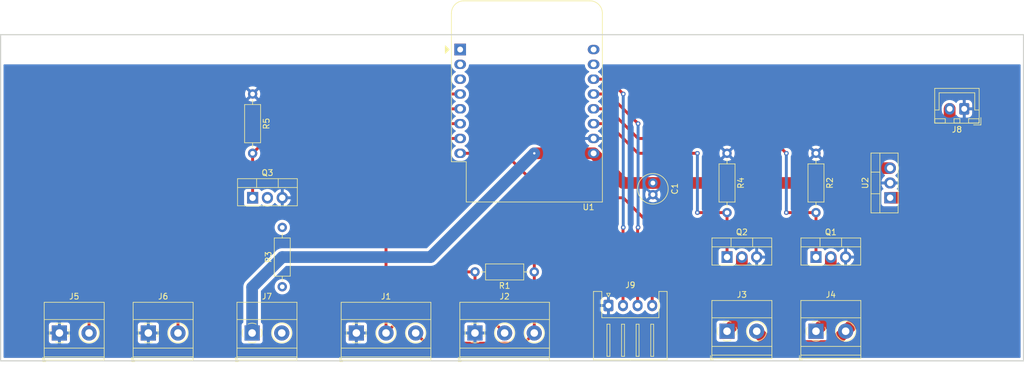
<source format=kicad_pcb>
(kicad_pcb (version 20211014) (generator pcbnew)
  (layers (0 "F.Cu" signal) (31 "B.Cu" signal) (34 "B.Paste" user) (35 "F.Paste" user) (36 "B.SilkS" user "B.Silkscreen") (37 "F.SilkS" user "F.Silkscreen") (38 "B.Mask" user) (39 "F.Mask" user) (44 "Edge.Cuts" user))
  (net 0 "")
  (net 1 "GND")
  (net 2 "/3.3v")
  (net 3 "Net-(J7-Pad2)")
  (net 4 "/5v")
  (net 10 "+12V")
  (net 11 "/SCL")
  (net 12 "/SDA")
  (net 13 "Net-(Q2-Pad2)")
  (net 14 "Net-(Q1-Pad2)")
  (net 15 "Net-(Q3-Pad2)")
  (net 16 "/D8")
  (net 17 "/D6")
  (net 18 "/D5")
  (net 19 "/D3")
  (net 20 "/D4")
  (net 21 "/D7")
  (footprint "Connector_JST:JST_XH_B2B-XH-A_1x02_P2.50mm_Vertical" (layer "F.Cu") (at 193.04 91.44 180)
    (fp_text reference "J8" (at 1.25 -3.55) (layer "F.SilkS"))
    (fp_text value "Conn_01x02")
    (fp_line (start -2.55 -0.2) (end -1.8 -0.2) (layer "F.SilkS") (width 0.12))
    (fp_line (start 1.75 -2.45) (end 0.75 -2.45) (layer "F.SilkS") (width 0.12))
    (fp_line (start 3.25 -2.45) (end 3.25 -1.7) (layer "F.SilkS") (width 0.12))
    (fp_line (start 3.25 -1.7) (end 5.05 -1.7) (layer "F.SilkS") (width 0.12))
    (fp_line (start 5.05 -1.7) (end 5.05 -2.45) (layer "F.SilkS") (width 0.12))
    (fp_line (start -0.75 -2.45) (end -2.55 -2.45) (layer "F.SilkS") (width 0.12))
    (fp_line (start -2.56 3.51) (end 5.06 3.51) (layer "F.SilkS") (width 0.12))
    (fp_line (start -1.6 -2.75) (end -2.85 -2.75) (layer "F.SilkS") (width 0.12))
    (fp_line (start 5.05 -0.2) (end 4.3 -0.2) (layer "F.SilkS") (width 0.12))
    (fp_line (start -1.8 2.75) (end 1.25 2.75) (layer "F.SilkS") (width 0.12))
    (fp_line (start -2.55 -1.7) (end -0.75 -1.7) (layer "F.SilkS") (width 0.12))
    (fp_line (start -2.56 -2.46) (end -2.56 3.51) (layer "F.SilkS") (width 0.12))
    (fp_line (start 0.75 -2.45) (end 0.75 -1.7) (layer "F.SilkS") (width 0.12))
    (fp_line (start 1.75 -1.7) (end 1.75 -2.45) (layer "F.SilkS") (width 0.12))
    (fp_line (start -2.55 -2.45) (end -2.55 -1.7) (layer "F.SilkS") (width 0.12))
    (fp_line (start 4.3 -0.2) (end 4.3 2.75) (layer "F.SilkS") (width 0.12))
    (fp_line (start 5.06 -2.46) (end -2.56 -2.46) (layer "F.SilkS") (width 0.12))
    (fp_line (start -0.75 -1.7) (end -0.75 -2.45) (layer "F.SilkS") (width 0.12))
    (fp_line (start 5.06 3.51) (end 5.06 -2.46) (layer "F.SilkS") (width 0.12))
    (fp_line (start -2.85 -2.75) (end -2.85 -1.5) (layer "F.SilkS") (width 0.12))
    (fp_line (start 0.75 -1.7) (end 1.75 -1.7) (layer "F.SilkS") (width 0.12))
    (fp_line (start 4.3 2.75) (end 1.25 2.75) (layer "F.SilkS") (width 0.12))
    (fp_line (start 5.05 -2.45) (end 3.25 -2.45) (layer "F.SilkS") (width 0.12))
    (fp_line (start -1.8 -0.2) (end -1.8 2.75) (layer "F.SilkS") (width 0.12))
    (pad "1" thru_hole roundrect (at 0 0 180) (size 1.7 2) (drill 1) (layers *.Cu *.Mask) (roundrect_rratio 0.147059) (net 1 "GND"))
    (pad "2" thru_hole oval (at 2.5 0 180) (size 1.7 2) (drill 1) (layers *.Cu *.Mask) (net 10 "+12V"))
  )
  (footprint "Package_TO_SOT_THT:TO-220-3_Vertical" (layer "F.Cu") (at 71.12 106.68)
    (fp_text reference "Q3" (at 2.54 -4.27) (layer "F.SilkS"))
    (fp_text value "IRLB8721PBF")
    (fp_line (start 4.391 -3.27) (end 4.391 -1.76) (layer "F.SilkS") (width 0.12))
    (fp_line (start -2.58 -3.27) (end 7.66 -3.27) (layer "F.SilkS") (width 0.12))
    (fp_line (start -2.58 -1.76) (end 7.66 -1.76) (layer "F.SilkS") (width 0.12))
    (fp_line (start -2.58 -3.27) (end -2.58 1.371) (layer "F.SilkS") (width 0.12))
    (fp_line (start 7.66 -3.27) (end 7.66 1.371) (layer "F.SilkS") (width 0.12))
    (fp_line (start 0.69 -3.27) (end 0.69 -1.76) (layer "F.SilkS") (width 0.12))
    (fp_line (start -2.58 1.371) (end 7.66 1.371) (layer "F.SilkS") (width 0.12))
    (pad "1" thru_hole rect (at 0 0) (size 1.905 2) (drill 1.1) (layers *.Cu *.Mask) (net 21 "/D7"))
    (pad "2" thru_hole oval (at 2.54 0) (size 1.905 2) (drill 1.1) (layers *.Cu *.Mask) (net 15 "Net-(Q3-Pad2)"))
    (pad "3" thru_hole oval (at 5.08 0) (size 1.905 2) (drill 1.1) (layers *.Cu *.Mask) (net 1 "GND"))
  )
  (footprint "Resistor_THT:R_Axial_DIN0207_L6.3mm_D2.5mm_P10.16mm_Horizontal" (layer "F.Cu") (at 76.2 121.92 90)
    (fp_text reference "R3" (at 5.08 -2.37 90) (layer "F.SilkS"))
    (fp_text value "220")
    (fp_line (start 1.81 -1.37) (end 1.81 1.37) (layer "F.SilkS") (width 0.12))
    (fp_line (start 8.35 1.37) (end 8.35 -1.37) (layer "F.SilkS") (width 0.12))
    (fp_line (start 9.12 0) (end 8.35 0) (layer "F.SilkS") (width 0.12))
    (fp_line (start 1.04 0) (end 1.81 0) (layer "F.SilkS") (width 0.12))
    (fp_line (start 1.81 1.37) (end 8.35 1.37) (layer "F.SilkS") (width 0.12))
    (fp_line (start 8.35 -1.37) (end 1.81 -1.37) (layer "F.SilkS") (width 0.12))
    (pad "1" thru_hole circle (at 0 0 90) (size 1.6 1.6) (drill 0.8) (layers *.Cu *.Mask) (net 3 "Net-(J7-Pad2)"))
    (pad "2" thru_hole oval (at 10.16 0 90) (size 1.6 1.6) (drill 0.8) (layers *.Cu *.Mask) (net 15 "Net-(Q3-Pad2)"))
  )
  (footprint "Capacitor_THT:C_Radial_D5.0mm_H11.0mm_P2.00mm" (layer "F.Cu") (at 139.7 104.14 -90)
    (fp_text reference "C1" (at 1 -3.75 90) (layer "F.SilkS"))
    (fp_text value "C_Polarized")
    (fp_circle (center 1 0) (end 3.62 0) (layer "F.SilkS") (width 0.12) (fill none))
    (pad "1" thru_hole circle (at 0 0 270) (size 1.6 1.6) (drill 0.8) (layers *.Cu *.Mask) (net 4 "/5v"))
    (pad "2" thru_hole circle (at 2 0 270) (size 1.6 1.6) (drill 0.8) (layers *.Cu *.Mask) (net 1 "GND"))
  )
  (footprint "Package_TO_SOT_THT:TO-220-3_Vertical" (layer "F.Cu") (at 180.34 106.68 90)
    (fp_text reference "U2" (at 2.54 -4.27 90) (layer "F.SilkS"))
    (fp_text value "LM7805_TO220")
    (fp_line (start 7.66 -3.27) (end 7.66 1.371) (layer "F.SilkS") (width 0.12))
    (fp_line (start 4.391 -3.27) (end 4.391 -1.76) (layer "F.SilkS") (width 0.12))
    (fp_line (start -2.58 -3.27) (end 7.66 -3.27) (layer "F.SilkS") (width 0.12))
    (fp_line (start -2.58 1.371) (end 7.66 1.371) (layer "F.SilkS") (width 0.12))
    (fp_line (start -2.58 -1.76) (end 7.66 -1.76) (layer "F.SilkS") (width 0.12))
    (fp_line (start -2.58 -3.27) (end -2.58 1.371) (layer "F.SilkS") (width 0.12))
    (fp_line (start 0.69 -3.27) (end 0.69 -1.76) (layer "F.SilkS") (width 0.12))
    (pad "1" thru_hole rect (at 0 0 90) (size 1.905 2) (drill 1.1) (layers *.Cu *.Mask) (net 10 "+12V"))
    (pad "2" thru_hole oval (at 2.54 0 90) (size 1.905 2) (drill 1.1) (layers *.Cu *.Mask) (net 1 "GND"))
    (pad "3" thru_hole oval (at 5.08 0 90) (size 1.905 2) (drill 1.1) (layers *.Cu *.Mask) (net 4 "/5v"))
  )
  (footprint "Resistor_THT:R_Axial_DIN0207_L6.3mm_D2.5mm_P10.16mm_Horizontal" (layer "F.Cu") (at 119.38 119.38 180)
    (fp_text reference "R1" (at 5.08 -2.37) (layer "F.SilkS"))
    (fp_text value "4.7k")
    (fp_line (start 1.04 0) (end 1.81 0) (layer "F.SilkS") (width 0.12))
    (fp_line (start 8.35 1.37) (end 8.35 -1.37) (layer "F.SilkS") (width 0.12))
    (fp_line (start 8.35 -1.37) (end 1.81 -1.37) (layer "F.SilkS") (width 0.12))
    (fp_line (start 1.81 1.37) (end 8.35 1.37) (layer "F.SilkS") (width 0.12))
    (fp_line (start 9.12 0) (end 8.35 0) (layer "F.SilkS") (width 0.12))
    (fp_line (start 1.81 -1.37) (end 1.81 1.37) (layer "F.SilkS") (width 0.12))
    (pad "1" thru_hole circle (at 0 0 180) (size 1.6 1.6) (drill 0.8) (layers *.Cu *.Mask) (net 2 "/3.3v"))
    (pad "2" thru_hole oval (at 10.16 0 180) (size 1.6 1.6) (drill 0.8) (layers *.Cu *.Mask) (net 16 "/D8"))
  )
  (footprint "Package_TO_SOT_THT:TO-220-3_Vertical" (layer "F.Cu") (at 167.64 116.84)
    (fp_text reference "Q1" (at 2.54 -4.27) (layer "F.SilkS"))
    (fp_text value "IRLB8721PBF")
    (fp_line (start -2.58 -3.27) (end -2.58 1.371) (layer "F.SilkS") (width 0.12))
    (fp_line (start -2.58 1.371) (end 7.66 1.371) (layer "F.SilkS") (width 0.12))
    (fp_line (start 4.391 -3.27) (end 4.391 -1.76) (layer "F.SilkS") (width 0.12))
    (fp_line (start 0.69 -3.27) (end 0.69 -1.76) (layer "F.SilkS") (width 0.12))
    (fp_line (start -2.58 -3.27) (end 7.66 -3.27) (layer "F.SilkS") (width 0.12))
    (fp_line (start 7.66 -3.27) (end 7.66 1.371) (layer "F.SilkS") (width 0.12))
    (fp_line (start -2.58 -1.76) (end 7.66 -1.76) (layer "F.SilkS") (width 0.12))
    (pad "1" thru_hole rect (at 0 0) (size 1.905 2) (drill 1.1) (layers *.Cu *.Mask) (net 19 "/D3"))
    (pad "2" thru_hole oval (at 2.54 0) (size 1.905 2) (drill 1.1) (layers *.Cu *.Mask) (net 14 "Net-(Q1-Pad2)"))
    (pad "3" thru_hole oval (at 5.08 0) (size 1.905 2) (drill 1.1) (layers *.Cu *.Mask) (net 1 "GND"))
  )
  (footprint "Resistor_THT:R_Axial_DIN0207_L6.3mm_D2.5mm_P10.16mm_Horizontal" (layer "F.Cu") (at 152.4 99.06 -90)
    (fp_text reference "R4" (at 5.08 -2.37 90) (layer "F.SilkS"))
    (fp_text value "100k")
    (fp_line (start 1.81 -1.37) (end 1.81 1.37) (layer "F.SilkS") (width 0.12))
    (fp_line (start 8.35 -1.37) (end 1.81 -1.37) (layer "F.SilkS") (width 0.12))
    (fp_line (start 1.04 0) (end 1.81 0) (layer "F.SilkS") (width 0.12))
    (fp_line (start 9.12 0) (end 8.35 0) (layer "F.SilkS") (width 0.12))
    (fp_line (start 1.81 1.37) (end 8.35 1.37) (layer "F.SilkS") (width 0.12))
    (fp_line (start 8.35 1.37) (end 8.35 -1.37) (layer "F.SilkS") (width 0.12))
    (pad "1" thru_hole circle (at 0 0 270) (size 1.6 1.6) (drill 0.8) (layers *.Cu *.Mask) (net 1 "GND"))
    (pad "2" thru_hole oval (at 10.16 0 270) (size 1.6 1.6) (drill 0.8) (layers *.Cu *.Mask) (net 20 "/D4"))
  )
  (footprint "TerminalBlock_Phoenix:TerminalBlock_Phoenix_MKDS-1,5-2-5.08_1x02_P5.08mm_Horizontal" (layer "F.Cu") (at 71.035 129.845)
    (fp_text reference "J7" (at 2.54 -6.26) (layer "F.SilkS"))
    (fp_text value "IR_LED")
    (fp_line (start -2.6 2.6) (end 7.68 2.6) (layer "F.SilkS") (width 0.12))
    (fp_line (start -2.6 4.1) (end 7.68 4.1) (layer "F.SilkS") (width 0.12))
    (fp_line (start -2.6 -5.261) (end 7.68 -5.261) (layer "F.SilkS") (width 0.12))
    (fp_line (start -2.6 4.66) (end 7.68 4.66) (layer "F.SilkS") (width 0.12))
    (fp_line (start -2.6 -2.301) (end 7.68 -2.301) (layer "F.SilkS") (width 0.12))
    (fp_line (start -2.6 -5.261) (end -2.6 4.66) (layer "F.SilkS") (width 0.12))
    (fp_line (start 6.355 -1.069) (end 6.308 -1.023) (layer "F.SilkS") (width 0.12))
    (fp_line (start 6.15 -1.275) (end 6.115 -1.239) (layer "F.SilkS") (width 0.12))
    (fp_line (start 7.68 -5.261) (end 7.68 4.66) (layer "F.SilkS") (width 0.12))
    (fp_line (start -2.84 4.16) (end -2.84 4.9) (layer "F.SilkS") (width 0.12))
    (fp_line (start 4.046 1.239) (end 4.011 1.274) (layer "F.SilkS") (width 0.12))
    (fp_line (start 3.853 1.023) (end 3.806 1.069) (layer "F.SilkS") (width 0.12))
    (fp_line (start -2.84 4.9) (end -2.34 4.9) (layer "F.SilkS") (width 0.12))
    (fp_arc (start 1.535427 -0.683042) (mid 1.680501 0.000524) (end 1.535 0.684) (layer "F.SilkS") (width 0.12))
    (fp_arc (start -0.683042 -1.535427) (mid 0.000524 -1.680501) (end 0.684 -1.535) (layer "F.SilkS") (width 0.12))
    (fp_arc (start 0.028805 1.680253) (mid -0.335551 1.646659) (end -0.684 1.535) (layer "F.SilkS") (width 0.12))
    (fp_arc (start -1.535427 0.683042) (mid -1.680501 -0.000524) (end -1.535 -0.684) (layer "F.SilkS") (width 0.12))
    (fp_arc (start 0.683318 1.534756) (mid 0.349292 1.643288) (end 0 1.68) (layer "F.SilkS") (width 0.12))
    (fp_circle (center 5.08 0) (end 6.76 0) (layer "F.SilkS") (width 0.12) (fill none))
    (pad "1" thru_hole rect (at 0 0) (size 2.6 2.6) (drill 1.3) (layers *.Cu *.Mask) (net 4 "/5v"))
    (pad "2" thru_hole circle (at 5.08 0) (size 2.6 2.6) (drill 1.3) (layers *.Cu *.Mask) (net 3 "Net-(J7-Pad2)"))
  )
  (footprint "TerminalBlock_Phoenix:TerminalBlock_Phoenix_MKDS-1,5-2-5.08_1x02_P5.08mm_Horizontal" (layer "F.Cu") (at 38.015 129.845)
    (fp_text reference "J5" (at 2.54 -6.26) (layer "F.SilkS"))
    (fp_text value "Input_1")
    (fp_line (start 3.853 1.023) (end 3.806 1.069) (layer "F.SilkS") (width 0.12))
    (fp_line (start -2.84 4.16) (end -2.84 4.9) (layer "F.SilkS") (width 0.12))
    (fp_line (start -2.84 4.9) (end -2.34 4.9) (layer "F.SilkS") (width 0.12))
    (fp_line (start 7.68 -5.261) (end 7.68 4.66) (layer "F.SilkS") (width 0.12))
    (fp_line (start 6.355 -1.069) (end 6.308 -1.023) (layer "F.SilkS") (width 0.12))
    (fp_line (start -2.6 4.66) (end 7.68 4.66) (layer "F.SilkS") (width 0.12))
    (fp_line (start -2.6 -5.261) (end -2.6 4.66) (layer "F.SilkS") (width 0.12))
    (fp_line (start 4.046 1.239) (end 4.011 1.274) (layer "F.SilkS") (width 0.12))
    (fp_line (start -2.6 -5.261) (end 7.68 -5.261) (layer "F.SilkS") (width 0.12))
    (fp_line (start -2.6 -2.301) (end 7.68 -2.301) (layer "F.SilkS") (width 0.12))
    (fp_line (start 6.15 -1.275) (end 6.115 -1.239) (layer "F.SilkS") (width 0.12))
    (fp_line (start -2.6 4.1) (end 7.68 4.1) (layer "F.SilkS") (width 0.12))
    (fp_line (start -2.6 2.6) (end 7.68 2.6) (layer "F.SilkS") (width 0.12))
    (fp_arc (start -0.683042 -1.535427) (mid 0.000524 -1.680501) (end 0.684 -1.535) (layer "F.SilkS") (width 0.12))
    (fp_arc (start 0.028805 1.680253) (mid -0.335551 1.646659) (end -0.684 1.535) (layer "F.SilkS") (width 0.12))
    (fp_arc (start -1.535427 0.683042) (mid -1.680501 -0.000524) (end -1.535 -0.684) (layer "F.SilkS") (width 0.12))
    (fp_arc (start 0.683318 1.534756) (mid 0.349292 1.643288) (end 0 1.68) (layer "F.SilkS") (width 0.12))
    (fp_arc (start 1.535427 -0.683042) (mid 1.680501 0.000524) (end 1.535 0.684) (layer "F.SilkS") (width 0.12))
    (fp_circle (center 5.08 0) (end 6.76 0) (layer "F.SilkS") (width 0.12) (fill none))
    (pad "1" thru_hole rect (at 0 0) (size 2.6 2.6) (drill 1.3) (layers *.Cu *.Mask) (net 1 "GND"))
    (pad "2" thru_hole circle (at 5.08 0) (size 2.6 2.6) (drill 1.3) (layers *.Cu *.Mask) (net 18 "/D5"))
  )
  (footprint "Package_TO_SOT_THT:TO-220-3_Vertical" (layer "F.Cu") (at 152.4 116.84)
    (fp_text reference "Q2" (at 2.54 -4.27) (layer "F.SilkS"))
    (fp_text value "IRLB8721PBF")
    (fp_line (start -2.58 -1.76) (end 7.66 -1.76) (layer "F.SilkS") (width 0.12))
    (fp_line (start -2.58 -3.27) (end 7.66 -3.27) (layer "F.SilkS") (width 0.12))
    (fp_line (start 0.69 -3.27) (end 0.69 -1.76) (layer "F.SilkS") (width 0.12))
    (fp_line (start -2.58 -3.27) (end -2.58 1.371) (layer "F.SilkS") (width 0.12))
    (fp_line (start 4.391 -3.27) (end 4.391 -1.76) (layer "F.SilkS") (width 0.12))
    (fp_line (start -2.58 1.371) (end 7.66 1.371) (layer "F.SilkS") (width 0.12))
    (fp_line (start 7.66 -3.27) (end 7.66 1.371) (layer "F.SilkS") (width 0.12))
    (pad "1" thru_hole rect (at 0 0) (size 1.905 2) (drill 1.1) (layers *.Cu *.Mask) (net 20 "/D4"))
    (pad "2" thru_hole oval (at 2.54 0) (size 1.905 2) (drill 1.1) (layers *.Cu *.Mask) (net 13 "Net-(Q2-Pad2)"))
    (pad "3" thru_hole oval (at 5.08 0) (size 1.905 2) (drill 1.1) (layers *.Cu *.Mask) (net 1 "GND"))
  )
  (footprint "TerminalBlock_Phoenix:TerminalBlock_Phoenix_MKDS-1,5-3-5.08_1x03_P5.08mm_Horizontal" (layer "F.Cu") (at 88.895 129.845)
    (fp_text reference "J1" (at 5.08 -6.26) (layer "F.SilkS"))
    (fp_text value "Temp_1")
    (fp_line (start -2.6 -5.261) (end 12.76 -5.261) (layer "F.SilkS") (width 0.12))
    (fp_line (start -2.84 4.16) (end -2.84 4.9) (layer "F.SilkS") (width 0.12))
    (fp_line (start 6.355 -1.069) (end 6.308 -1.023) (layer "F.SilkS") (width 0.12))
    (fp_line (start -2.6 4.1) (end 12.76 4.1) (layer "F.SilkS") (width 0.12))
    (fp_line (start 3.853 1.023) (end 3.806 1.069) (layer "F.SilkS") (width 0.12))
    (fp_line (start -2.6 2.6) (end 12.76 2.6) (layer "F.SilkS") (width 0.12))
    (fp_line (start 9.126 1.239) (end 9.091 1.274) (layer "F.SilkS") (width 0.12))
    (fp_line (start -2.6 -5.261) (end -2.6 4.66) (layer "F.SilkS") (width 0.12))
    (fp_line (start 8.933 1.023) (end 8.886 1.069) (layer "F.SilkS") (width 0.12))
    (fp_line (start 12.76 -5.261) (end 12.76 4.66) (layer "F.SilkS") (width 0.12))
    (fp_line (start 6.15 -1.275) (end 6.115 -1.239) (layer "F.SilkS") (width 0.12))
    (fp_line (start -2.6 -2.301) (end 12.76 -2.301) (layer "F.SilkS") (width 0.12))
    (fp_line (start 11.23 -1.275) (end 11.195 -1.239) (layer "F.SilkS") (width 0.12))
    (fp_line (start 11.435 -1.069) (end 11.388 -1.023) (layer "F.SilkS") (width 0.12))
    (fp_line (start 4.046 1.239) (end 4.011 1.274) (layer "F.SilkS") (width 0.12))
    (fp_line (start -2.84 4.9) (end -2.34 4.9) (layer "F.SilkS") (width 0.12))
    (fp_line (start -2.6 4.66) (end 12.76 4.66) (layer "F.SilkS") (width 0.12))
    (fp_arc (start -0.683042 -1.535427) (mid 0.000524 -1.680501) (end 0.684 -1.535) (layer "F.SilkS") (width 0.12))
    (fp_arc (start 1.535427 -0.683042) (mid 1.680501 0.000524) (end 1.535 0.684) (layer "F.SilkS") (width 0.12))
    (fp_arc (start 0.028805 1.680253) (mid -0.335551 1.646659) (end -0.684 1.535) (layer "F.SilkS") (width 0.12))
    (fp_arc (start -1.535427 0.683042) (mid -1.680501 -0.000524) (end -1.535 -0.684) (layer "F.SilkS") (width 0.12))
    (fp_arc (start 0.683318 1.534756) (mid 0.349292 1.643288) (end 0 1.68) (layer "F.SilkS") (width 0.12))
    (fp_circle (center 5.08 0) (end 6.76 0) (layer "F.SilkS") (width 0.12) (fill none))
    (fp_circle (center 10.16 0) (end 11.84 0) (layer "F.SilkS") (width 0.12) (fill none))
    (pad "1" thru_hole rect (at 0 0) (size 2.6 2.6) (drill 1.3) (layers *.Cu *.Mask) (net 1 "GND"))
    (pad "2" thru_hole circle (at 5.08 0) (size 2.6 2.6) (drill 1.3) (layers *.Cu *.Mask) (net 16 "/D8"))
    (pad "3" thru_hole circle (at 10.16 0) (size 2.6 2.6) (drill 1.3) (layers *.Cu *.Mask) (net 2 "/3.3v"))
  )
  (footprint "Connector_JST:JST_XH_S4B-XH-A_1x04_P2.50mm_Horizontal" (layer "F.Cu") (at 132.08 125.139861)
    (fp_text reference "J9" (at 3.75 -3.5) (layer "F.SilkS"))
    (fp_text value "I2C")
    (fp_line (start -1.14 -2.41) (end -1.14 2.09) (layer "F.SilkS") (width 0.12))
    (fp_line (start 7.75 8.7) (end 7.75 3.2) (layer "F.SilkS") (width 0.12))
    (fp_line (start 2.25 8.7) (end 2.75 8.7) (layer "F.SilkS") (width 0.12))
    (fp_line (start -0.25 8.7) (end 0.25 8.7) (layer "F.SilkS") (width 0.12))
    (fp_line (start 0.3 -2.1) (end 0 -1.5) (layer "F.SilkS") (width 0.12))
    (fp_line (start -1.14 2.09) (end 3.75 2.09) (layer "F.SilkS") (width 0.12))
    (fp_line (start 2.25 3.2) (end 2.25 8.7) (layer "F.SilkS") (width 0.12))
    (fp_line (start 2.75 3.2) (end 2.25 3.2) (layer "F.SilkS") (width 0.12))
    (fp_line (start 7.25 8.7) (end 7.75 8.7) (layer "F.SilkS") (width 0.12))
    (fp_line (start -2.56 -2.41) (end -1.14 -2.41) (layer "F.SilkS") (width 0.12))
    (fp_line (start 4.75 8.7) (end 5.25 8.7) (layer "F.SilkS") (width 0.12))
    (fp_line (start -0.3 -2.1) (end 0.3 -2.1) (layer "F.SilkS") (width 0.12))
    (fp_line (start 0.25 3.2) (end -0.25 3.2) (layer "F.SilkS") (width 0.12))
    (fp_line (start 4.75 3.2) (end 4.75 8.7) (layer "F.SilkS") (width 0.12))
    (fp_line (start 3.75 9.31) (end 10.06 9.31) (layer "F.SilkS") (width 0.12))
    (fp_line (start 0.25 8.7) (end 0.25 3.2) (layer "F.SilkS") (width 0.12))
    (fp_line (start 7.25 3.2) (end 7.25 8.7) (layer "F.SilkS") (width 0.12))
    (fp_line (start -0.25 3.2) (end -0.25 8.7) (layer "F.SilkS") (width 0.12))
    (fp_line (start 10.06 -2.41) (end 8.64 -2.41) (layer "F.SilkS") (width 0.12))
    (fp_line (start 2.75 8.7) (end 2.75 3.2) (layer "F.SilkS") (width 0.12))
    (fp_line (start 0 -1.5) (end -0.3 -2.1) (layer "F.SilkS") (width 0.12))
    (fp_line (start 8.64 2.09) (end 3.75 2.09) (layer "F.SilkS") (width 0.12))
    (fp_line (start 5.25 3.2) (end 4.75 3.2) (layer "F.SilkS") (width 0.12))
    (fp_line (start -2.56 9.31) (end -2.56 -2.41) (layer "F.SilkS") (width 0.12))
    (fp_line (start 7.75 3.2) (end 7.25 3.2) (layer "F.SilkS") (width 0.12))
    (fp_line (start 5.25 8.7) (end 5.25 3.2) (layer "F.SilkS") (width 0.12))
    (fp_line (start 10.06 9.31) (end 10.06 -2.41) (layer "F.SilkS") (width 0.12))
    (fp_line (start 8.64 -2.41) (end 8.64 2.09) (layer "F.SilkS") (width 0.12))
    (fp_line (start 3.75 9.31) (end -2.56 9.31) (layer "F.SilkS") (width 0.12))
    (pad "1" thru_hole roundrect (at 0 0) (size 1.7 1.95) (drill 0.95) (layers *.Cu *.Mask) (roundrect_rratio 0.147059) (net 1 "GND"))
    (pad "2" thru_hole oval (at 2.5 0) (size 1.7 1.95) (drill 0.95) (layers *.Cu *.Mask) (net 11 "/SCL"))
    (pad "3" thru_hole oval (at 5 0) (size 1.7 1.95) (drill 0.95) (layers *.Cu *.Mask) (net 12 "/SDA"))
    (pad "4" thru_hole oval (at 7.5 0) (size 1.7 1.95) (drill 0.95) (layers *.Cu *.Mask) (net 2 "/3.3v"))
  )
  (footprint "TerminalBlock_Phoenix:TerminalBlock_Phoenix_MKDS-1,5-2-5.08_1x02_P5.08mm_Horizontal" (layer "F.Cu") (at 53.255 129.845)
    (fp_text reference "J6" (at 2.54 -6.26) (layer "F.SilkS"))
    (fp_text value "Input_2")
    (fp_line (start -2.84 4.9) (end -2.34 4.9) (layer "F.SilkS") (width 0.12))
    (fp_line (start 6.15 -1.275) (end 6.115 -1.239) (layer "F.SilkS") (width 0.12))
    (fp_line (start 4.046 1.239) (end 4.011 1.274) (layer "F.SilkS") (width 0.12))
    (fp_line (start 7.68 -5.261) (end 7.68 4.66) (layer "F.SilkS") (width 0.12))
    (fp_line (start -2.6 2.6) (end 7.68 2.6) (layer "F.SilkS") (width 0.12))
    (fp_line (start -2.6 4.66) (end 7.68 4.66) (layer "F.SilkS") (width 0.12))
    (fp_line (start -2.6 -5.261) (end 7.68 -5.261) (layer "F.SilkS") (width 0.12))
    (fp_line (start -2.6 -5.261) (end -2.6 4.66) (layer "F.SilkS") (width 0.12))
    (fp_line (start -2.6 4.1) (end 7.68 4.1) (layer "F.SilkS") (width 0.12))
    (fp_line (start -2.84 4.16) (end -2.84 4.9) (layer "F.SilkS") (width 0.12))
    (fp_line (start 6.355 -1.069) (end 6.308 -1.023) (layer "F.SilkS") (width 0.12))
    (fp_line (start 3.853 1.023) (end 3.806 1.069) (layer "F.SilkS") (width 0.12))
    (fp_line (start -2.6 -2.301) (end 7.68 -2.301) (layer "F.SilkS") (width 0.12))
    (fp_arc (start 0.028805 1.680253) (mid -0.335551 1.646659) (end -0.684 1.535) (layer "F.SilkS") (width 0.12))
    (fp_arc (start 0.683318 1.534756) (mid 0.349292 1.643288) (end 0 1.68) (layer "F.SilkS") (width 0.12))
    (fp_arc (start -0.683042 -1.535427) (mid 0.000524 -1.680501) (end 0.684 -1.535) (layer "F.SilkS") (width 0.12))
    (fp_arc (start -1.535427 0.683042) (mid -1.680501 -0.000524) (end -1.535 -0.684) (layer "F.SilkS") (width 0.12))
    (fp_arc (start 1.535427 -0.683042) (mid 1.680501 0.000524) (end 1.535 0.684) (layer "F.SilkS") (width 0.12))
    (fp_circle (center 5.08 0) (end 6.76 0) (layer "F.SilkS") (width 0.12) (fill none))
    (pad "1" thru_hole rect (at 0 0) (size 2.6 2.6) (drill 1.3) (layers *.Cu *.Mask) (net 1 "GND"))
    (pad "2" thru_hole circle (at 5.08 0) (size 2.6 2.6) (drill 1.3) (layers *.Cu *.Mask) (net 17 "/D6"))
  )
  (footprint "TerminalBlock_Phoenix:TerminalBlock_Phoenix_MKDS-1,5-2-5.08_1x02_P5.08mm_Horizontal" (layer "F.Cu") (at 152.4 129.54)
    (fp_text reference "J3" (at 2.54 -6.26) (layer "F.SilkS"))
    (fp_text value "12V_Output_1")
    (fp_line (start 6.15 -1.275) (end 6.115 -1.239) (layer "F.SilkS") (width 0.12))
    (fp_line (start -2.6 -5.261) (end -2.6 4.66) (layer "F.SilkS") (width 0.12))
    (fp_line (start -2.84 4.16) (end -2.84 4.9) (layer "F.SilkS") (width 0.12))
    (fp_line (start -2.84 4.9) (end -2.34 4.9) (layer "F.SilkS") (width 0.12))
    (fp_line (start -2.6 4.1) (end 7.68 4.1) (layer "F.SilkS") (width 0.12))
    (fp_line (start 3.853 1.023) (end 3.806 1.069) (layer "F.SilkS") (width 0.12))
    (fp_line (start -2.6 -5.261) (end 7.68 -5.261) (layer "F.SilkS") (width 0.12))
    (fp_line (start -2.6 2.6) (end 7.68 2.6) (layer "F.SilkS") (width 0.12))
    (fp_line (start -2.6 -2.301) (end 7.68 -2.301) (layer "F.SilkS") (width 0.12))
    (fp_line (start 4.046 1.239) (end 4.011 1.274) (layer "F.SilkS") (width 0.12))
    (fp_line (start 7.68 -5.261) (end 7.68 4.66) (layer "F.SilkS") (width 0.12))
    (fp_line (start -2.6 4.66) (end 7.68 4.66) (layer "F.SilkS") (width 0.12))
    (fp_line (start 6.355 -1.069) (end 6.308 -1.023) (layer "F.SilkS") (width 0.12))
    (fp_arc (start -1.535427 0.683042) (mid -1.680501 -0.000524) (end -1.535 -0.684) (layer "F.SilkS") (width 0.12))
    (fp_arc (start -0.683042 -1.535427) (mid 0.000524 -1.680501) (end 0.684 -1.535) (layer "F.SilkS") (width 0.12))
    (fp_arc (start 0.683318 1.534756) (mid 0.349292 1.643288) (end 0 1.68) (layer "F.SilkS") (width 0.12))
    (fp_arc (start 0.028805 1.680253) (mid -0.335551 1.646659) (end -0.684 1.535) (layer "F.SilkS") (width 0.12))
    (fp_arc (start 1.535427 -0.683042) (mid 1.680501 0.000524) (end 1.535 0.684) (layer "F.SilkS") (width 0.12))
    (fp_circle (center 5.08 0) (end 6.76 0) (layer "F.SilkS") (width 0.12) (fill none))
    (pad "1" thru_hole rect (at 0 0) (size 2.6 2.6) (drill 1.3) (layers *.Cu *.Mask) (net 13 "Net-(Q2-Pad2)"))
    (pad "2" thru_hole circle (at 5.08 0) (size 2.6 2.6) (drill 1.3) (layers *.Cu *.Mask) (net 10 "+12V"))
  )
  (footprint "Resistor_THT:R_Axial_DIN0207_L6.3mm_D2.5mm_P10.16mm_Horizontal" (layer "F.Cu") (at 71.12 88.9 -90)
    (fp_text reference "R5" (at 5.08 -2.37 90) (layer "F.SilkS"))
    (fp_text value "100k")
    (fp_line (start 8.35 1.37) (end 8.35 -1.37) (layer "F.SilkS") (width 0.12))
    (fp_line (start 8.35 -1.37) (end 1.81 -1.37) (layer "F.SilkS") (width 0.12))
    (fp_line (start 1.04 0) (end 1.81 0) (layer "F.SilkS") (width 0.12))
    (fp_line (start 1.81 -1.37) (end 1.81 1.37) (layer "F.SilkS") (width 0.12))
    (fp_line (start 9.12 0) (end 8.35 0) (layer "F.SilkS") (width 0.12))
    (fp_line (start 1.81 1.37) (end 8.35 1.37) (layer "F.SilkS") (width 0.12))
    (pad "1" thru_hole circle (at 0 0 270) (size 1.6 1.6) (drill 0.8) (layers *.Cu *.Mask) (net 1 "GND"))
    (pad "2" thru_hole oval (at 10.16 0 270) (size 1.6 1.6) (drill 0.8) (layers *.Cu *.Mask) (net 21 "/D7"))
  )
  (footprint "Resistor_THT:R_Axial_DIN0207_L6.3mm_D2.5mm_P10.16mm_Horizontal" (layer "F.Cu") (at 167.64 99.06 -90)
    (fp_text reference "R2" (at 5.08 -2.37 90) (layer "F.SilkS"))
    (fp_text value "100k")
    (fp_line (start 8.35 -1.37) (end 1.81 -1.37) (layer "F.SilkS") (width 0.12))
    (fp_line (start 1.81 1.37) (end 8.35 1.37) (layer "F.SilkS") (width 0.12))
    (fp_line (start 9.12 0) (end 8.35 0) (layer "F.SilkS") (width 0.12))
    (fp_line (start 1.81 -1.37) (end 1.81 1.37) (layer "F.SilkS") (width 0.12))
    (fp_line (start 8.35 1.37) (end 8.35 -1.37) (layer "F.SilkS") (width 0.12))
    (fp_line (start 1.04 0) (end 1.81 0) (layer "F.SilkS") (width 0.12))
    (pad "1" thru_hole circle (at 0 0 270) (size 1.6 1.6) (drill 0.8) (layers *.Cu *.Mask) (net 1 "GND"))
    (pad "2" thru_hole oval (at 10.16 0 270) (size 1.6 1.6) (drill 0.8) (layers *.Cu *.Mask) (net 19 "/D3"))
  )
  (footprint "Module:WEMOS_D1_mini_light" (layer "F.Cu") (at 106.68 81.28)
    (fp_text reference "U1" (at 22 27) (layer "F.SilkS"))
    (fp_text value "WeMos_D1_mini")
    (fp_line (start 1.04 19.22) (end 1.04 26.12) (layer "F.SilkS") (width 0.12))
    (fp_line (start 24.36 26.12) (end 24.36 -6.21) (layer "F.SilkS") (width 0.12))
    (fp_line (start 22.24 -8.34) (end 0.63 -8.34) (layer "F.SilkS") (width 0.12))
    (fp_line (start -1.5 19.22) (end 1.04 19.22) (layer "F.SilkS") (width 0.12))
    (fp_line (start 1.04 26.12) (end 24.36 26.12) (layer "F.SilkS") (width 0.12))
    (fp_line (start -1.5 19.22) (end -1.5 -6.21) (layer "F.SilkS") (width 0.12))
    (fp_arc (start 22.23 -8.34) (mid 23.736137 -7.716137) (end 24.36 -6.21) (layer "F.SilkS") (width 0.12))
    (fp_arc (start -1.5 -6.21) (mid -0.876137 -7.716137) (end 0.63 -8.34) (layer "F.SilkS") (width 0.12))
    (fp_poly (pts (xy -2.54 -0.635) (xy -2.54 0.635) (xy -1.905 0)) (layer "F.SilkS") (width 0.15) (fill solid))
    (pad "1" thru_hole rect (at 0 0) (size 2 2) (drill 1) (layers *.Cu *.Mask))
    (pad "2" thru_hole oval (at 0 2.54) (size 2 1.6) (drill 1) (layers *.Cu *.Mask))
    (pad "3" thru_hole oval (at 0 5.08) (size 2 1.6) (drill 1) (layers *.Cu *.Mask))
    (pad "4" thru_hole oval (at 0 7.62) (size 2 1.6) (drill 1) (layers *.Cu *.Mask) (net 18 "/D5"))
    (pad "5" thru_hole oval (at 0 10.16) (size 2 1.6) (drill 1) (layers *.Cu *.Mask) (net 17 "/D6"))
    (pad "6" thru_hole oval (at 0 12.7) (size 2 1.6) (drill 1) (layers *.Cu *.Mask) (net 21 "/D7"))
    (pad "7" thru_hole oval (at 0 15.24) (size 2 1.6) (drill 1) (layers *.Cu *.Mask) (net 16 "/D8"))
    (pad "8" thru_hole oval (at 0 17.78) (size 2 1.6) (drill 1) (layers *.Cu *.Mask) (net 2 "/3.3v"))
    (pad "9" thru_hole oval (at 22.86 17.78) (size 2 1.6) (drill 1) (layers *.Cu *.Mask) (net 4 "/5v"))
    (pad "10" thru_hole oval (at 22.86 15.24) (size 2 1.6) (drill 1) (layers *.Cu *.Mask) (net 1 "GND"))
    (pad "11" thru_hole oval (at 22.86 12.7) (size 2 1.6) (drill 1) (layers *.Cu *.Mask) (net 20 "/D4"))
    (pad "12" thru_hole oval (at 22.86 10.16) (size 2 1.6) (drill 1) (layers *.Cu *.Mask) (net 19 "/D3"))
    (pad "13" thru_hole oval (at 22.86 7.62) (size 2 1.6) (drill 1) (layers *.Cu *.Mask) (net 12 "/SDA"))
    (pad "14" thru_hole oval (at 22.86 5.08) (size 2 1.6) (drill 1) (layers *.Cu *.Mask) (net 11 "/SCL"))
    (pad "15" thru_hole oval (at 22.86 2.54) (size 2 1.6) (drill 1) (layers *.Cu *.Mask))
    (pad "16" thru_hole oval (at 22.86 0) (size 2 1.6) (drill 1) (layers *.Cu *.Mask))
  )
  (footprint "TerminalBlock_Phoenix:TerminalBlock_Phoenix_MKDS-1,5-2-5.08_1x02_P5.08mm_Horizontal" (layer "F.Cu") (at 167.64 129.54)
    (fp_text reference "J4" (at 2.54 -6.26) (layer "F.SilkS"))
    (fp_text value "12V_Output_2")
    (fp_line (start -2.6 4.66) (end 7.68 4.66) (layer "F.SilkS") (width 0.12))
    (fp_line (start 7.68 -5.261) (end 7.68 4.66) (layer "F.SilkS") (width 0.12))
    (fp_line (start -2.6 -2.301) (end 7.68 -2.301) (layer "F.SilkS") (width 0.12))
    (fp_line (start -2.6 4.1) (end 7.68 4.1) (layer "F.SilkS") (width 0.12))
    (fp_line (start 3.853 1.023) (end 3.806 1.069) (layer "F.SilkS") (width 0.12))
    (fp_line (start 4.046 1.239) (end 4.011 1.274) (layer "F.SilkS") (width 0.12))
    (fp_line (start -2.6 2.6) (end 7.68 2.6) (layer "F.SilkS") (width 0.12))
    (fp_line (start 6.15 -1.275) (end 6.115 -1.239) (layer "F.SilkS") (width 0.12))
    (fp_line (start -2.84 4.16) (end -2.84 4.9) (layer "F.SilkS") (width 0.12))
    (fp_line (start -2.84 4.9) (end -2.34 4.9) (layer "F.SilkS") (width 0.12))
    (fp_line (start 6.355 -1.069) (end 6.308 -1.023) (layer "F.SilkS") (width 0.12))
    (fp_line (start -2.6 -5.261) (end -2.6 4.66) (layer "F.SilkS") (width 0.12))
    (fp_line (start -2.6 -5.261) (end 7.68 -5.261) (layer "F.SilkS") (width 0.12))
    (fp_arc (start -1.535427 0.683042) (mid -1.680501 -0.000524) (end -1.535 -0.684) (layer "F.SilkS") (width 0.12))
    (fp_arc (start 0.028805 1.680253) (mid -0.335551 1.646659) (end -0.684 1.535) (layer "F.SilkS") (width 0.12))
    (fp_arc (start -0.683042 -1.535427) (mid 0.000524 -1.680501) (end 0.684 -1.535) (layer "F.SilkS") (width 0.12))
    (fp_arc (start 1.535427 -0.683042) (mid 1.680501 0.000524) (end 1.535 0.684) (layer "F.SilkS") (width 0.12))
    (fp_arc (start 0.683318 1.534756) (mid 0.349292 1.643288) (end 0 1.68) (layer "F.SilkS") (width 0.12))
    (fp_circle (center 5.08 0) (end 6.76 0) (layer "F.SilkS") (width 0.12) (fill none))
    (pad "1" thru_hole rect (at 0 0) (size 2.6 2.6) (drill 1.3) (layers *.Cu *.Mask) (net 14 "Net-(Q1-Pad2)"))
    (pad "2" thru_hole circle (at 5.08 0) (size 2.6 2.6) (drill 1.3) (layers *.Cu *.Mask) (net 10 "+12V"))
  )
  (footprint "TerminalBlock_Phoenix:TerminalBlock_Phoenix_MKDS-1,5-3-5.08_1x03_P5.08mm_Horizontal" (layer "F.Cu") (at 109.215 129.845)
    (fp_text reference "J2" (at 5.08 -6.26) (layer "F.SilkS"))
    (fp_text value "Temp_2")
    (fp_line (start -2.84 4.9) (end -2.34 4.9) (layer "F.SilkS") (width 0.12))
    (fp_line (start -2.84 4.16) (end -2.84 4.9) (layer "F.SilkS") (width 0.12))
    (fp_line (start -2.6 -2.301) (end 12.76 -2.301) (layer "F.SilkS") (width 0.12))
    (fp_line (start -2.6 2.6) (end 12.76 2.6) (layer "F.SilkS") (width 0.12))
    (fp_line (start 6.15 -1.275) (end 6.115 -1.239) (layer "F.SilkS") (width 0.12))
    (fp_line (start 11.23 -1.275) (end 11.195 -1.239) (layer "F.SilkS") (width 0.12))
    (fp_line (start -2.6 -5.261) (end -2.6 4.66) (layer "F.SilkS") (width 0.12))
    (fp_line (start 9.126 1.239) (end 9.091 1.274) (layer "F.SilkS") (width 0.12))
    (fp_line (start 12.76 -5.261) (end 12.76 4.66) (layer "F.SilkS") (width 0.12))
    (fp_line (start 11.435 -1.069) (end 11.388 -1.023) (layer "F.SilkS") (width 0.12))
    (fp_line (start 6.355 -1.069) (end 6.308 -1.023) (layer "F.SilkS") (width 0.12))
    (fp_line (start 4.046 1.239) (end 4.011 1.274) (layer "F.SilkS") (width 0.12))
    (fp_line (start 3.853 1.023) (end 3.806 1.069) (layer "F.SilkS") (width 0.12))
    (fp_line (start -2.6 -5.261) (end 12.76 -5.261) (layer "F.SilkS") (width 0.12))
    (fp_line (start -2.6 4.66) (end 12.76 4.66) (layer "F.SilkS") (width 0.12))
    (fp_line (start 8.933 1.023) (end 8.886 1.069) (layer "F.SilkS") (width 0.12))
    (fp_line (start -2.6 4.1) (end 12.76 4.1) (layer "F.SilkS") (width 0.12))
    (fp_arc (start 1.535427 -0.683042) (mid 1.680501 0.000524) (end 1.535 0.684) (layer "F.SilkS") (width 0.12))
    (fp_arc (start -1.535427 0.683042) (mid -1.680501 -0.000524) (end -1.535 -0.684) (layer "F.SilkS") (width 0.12))
    (fp_arc (start -0.683042 -1.535427) (mid 0.000524 -1.680501) (end 0.684 -1.535) (layer "F.SilkS") (width 0.12))
    (fp_arc (start 0.683318 1.534756) (mid 0.349292 1.643288) (end 0 1.68) (layer "F.SilkS") (width 0.12))
    (fp_arc (start 0.028805 1.680253) (mid -0.335551 1.646659) (end -0.684 1.535) (layer "F.SilkS") (width 0.12))
    (fp_circle (center 5.08 0) (end 6.76 0) (layer "F.SilkS") (width 0.12) (fill none))
    (fp_circle (center 10.16 0) (end 11.84 0) (layer "F.SilkS") (width 0.12) (fill none))
    (pad "1" thru_hole rect (at 0 0) (size 2.6 2.6) (drill 1.3) (layers *.Cu *.Mask) (net 1 "GND"))
    (pad "2" thru_hole circle (at 5.08 0) (size 2.6 2.6) (drill 1.3) (layers *.Cu *.Mask) (net 16 "/D8"))
    (pad "3" thru_hole circle (at 10.16 0) (size 2.6 2.6) (drill 1.3) (layers *.Cu *.Mask) (net 2 "/3.3v"))
  )
  (gr_rect (start 27.94 134.62) (end 203.2 78.74) (layer "Edge.Cuts") (width 0.2) (fill none))
  (segment (start 127 106.68) (end 121.92 106.68) (width 0.5) (layer "F.Cu") (net 2))
  (segment (start 121.92 106.68) (end 119.38 104.14) (width 0.5) (layer "F.Cu") (net 2))
  (segment (start 100.805 131.595) (end 117.625 131.595) (width 0.5) (layer "F.Cu") (net 2))
  (segment (start 139.58 111.64) (end 137.16 109.22) (width 0.5) (layer "F.Cu") (net 2))
  (segment (start 137.16 109.22) (end 134.62 106.68) (width 0.5) (layer "F.Cu") (net 2))
  (segment (start 119.38 119.38) (end 119.38 129.84) (width 0.5) (layer "F.Cu") (net 2))
  (segment (start 99.055 129.845) (end 100.805 131.595) (width 0.5) (layer "F.Cu") (net 2))
  (segment (start 134.62 106.68) (end 127 106.68) (width 0.5) (layer "F.Cu") (net 2))
  (segment (start 119.38 104.14) (end 114.3 99.06) (width 0.5) (layer "F.Cu") (net 2))
  (segment (start 117.625 131.595) (end 119.375 129.845) (width 0.5) (layer "F.Cu") (net 2))
  (segment (start 119.38 119.38) (end 119.38 104.14) (width 0.5) (layer "F.Cu") (net 2))
  (segment (start 119.38 129.84) (end 119.375 129.845) (width 0.5) (layer "F.Cu") (net 2))
  (segment (start 139.58 125.139861) (end 139.58 111.64) (width 0.5) (layer "F.Cu") (net 2))
  (segment (start 114.3 99.06) (end 106.68 99.06) (width 0.5) (layer "F.Cu") (net 2))
  (segment (start 134.62 104.14) (end 129.54 99.06) (width 2) (layer "F.Cu") (net 4))
  (segment (start 175.26 104.14) (end 139.7 104.14) (width 2) (layer "F.Cu") (net 4))
  (segment (start 129.54 99.06) (end 119.38 99.06) (width 2) (layer "F.Cu") (net 4))
  (segment (start 180.34 101.6) (end 177.8 101.6) (width 2) (layer "F.Cu") (net 4))
  (segment (start 139.7 104.14) (end 134.62 104.14) (width 2) (layer "F.Cu") (net 4))
  (segment (start 177.8 101.6) (end 175.26 104.14) (width 2) (layer "F.Cu") (net 4))
  (via (at 119.38 99.06) (size 0.8) (drill 0.4) (layers "F.Cu" "B.Cu") (net 4))
  (segment (start 71.035 122.005) (end 71.035 129.845) (width 2) (layer "B.Cu") (net 4))
  (segment (start 101.6 116.84) (end 76.2 116.84) (width 2) (layer "B.Cu") (net 4))
  (segment (start 76.2 116.84) (end 71.035 122.005) (width 2) (layer "B.Cu") (net 4))
  (segment (start 119.38 99.06) (end 101.6 116.84) (width 2) (layer "B.Cu") (net 4))
  (segment (start 187.96 106.68) (end 180.34 106.68) (width 2) (layer "F.Cu") (net 10))
  (segment (start 172.72 129.54) (end 190.54 111.72) (width 2) (layer "F.Cu") (net 10))
  (segment (start 157.48 129.54) (end 160.02 132.08) (width 2) (layer "F.Cu") (net 10))
  (segment (start 170.18 132.08) (end 172.72 129.54) (width 2) (layer "F.Cu") (net 10))
  (segment (start 160.02 132.08) (end 170.18 132.08) (width 2) (layer "F.Cu") (net 10))
  (segment (start 190.54 91.44) (end 190.54 104.1) (width 2) (layer "F.Cu") (net 10))
  (segment (start 190.54 111.72) (end 190.54 91.44) (width 2) (layer "F.Cu") (net 10))
  (segment (start 190.54 104.1) (end 187.96 106.68) (width 2) (layer "F.Cu") (net 10))
  (segment (start 134.58 111.8) (end 134.62 111.76) (width 0.5) (layer "F.Cu") (net 11))
  (segment (start 134.58 125.139861) (end 134.58 111.8) (width 0.5) (layer "F.Cu") (net 11))
  (segment (start 132.08 86.36) (end 129.54 86.36) (width 0.5) (layer "F.Cu") (net 11))
  (segment (start 134.62 88.9) (end 132.08 86.36) (width 0.5) (layer "F.Cu") (net 11))
  (via (at 134.62 111.76) (size 0.8) (drill 0.4) (layers "F.Cu" "B.Cu") (net 11))
  (via (at 134.62 88.9) (size 0.8) (drill 0.4) (layers "F.Cu" "B.Cu") (net 11))
  (segment (start 134.62 111.76) (end 134.62 88.9) (width 0.5) (layer "B.Cu") (net 11))
  (segment (start 137.08 111.84) (end 137.16 111.76) (width 0.5) (layer "F.Cu") (net 12))
  (segment (start 137.08 125.139861) (end 137.08 111.84) (width 0.5) (layer "F.Cu") (net 12))
  (segment (start 137.16 93.98) (end 132.08 88.9) (width 0.5) (layer "F.Cu") (net 12))
  (segment (start 132.08 88.9) (end 129.54 88.9) (width 0.5) (layer "F.Cu") (net 12))
  (via (at 137.16 111.76) (size 0.8) (drill 0.4) (layers "F.Cu" "B.Cu") (net 12))
  (via (at 137.16 93.98) (size 0.8) (drill 0.4) (layers "F.Cu" "B.Cu") (net 12))
  (segment (start 137.16 111.76) (end 137.16 93.98) (width 0.5) (layer "B.Cu") (net 12))
  (segment (start 154.94 116.84) (end 154.94 127) (width 2) (layer "F.Cu") (net 13))
  (segment (start 154.94 127) (end 152.4 129.54) (width 2) (layer "F.Cu") (net 13))
  (segment (start 170.18 127) (end 167.64 129.54) (width 2) (layer "F.Cu") (net 14))
  (segment (start 170.18 116.84) (end 170.18 127) (width 2) (layer "F.Cu") (net 14))
  (segment (start 109.22 124.77) (end 114.295 129.845) (width 0.5) (layer "F.Cu") (net 16))
  (segment (start 93.975 106.685) (end 93.975 129.845) (width 0.5) (layer "F.Cu") (net 16))
  (segment (start 93.975 129.845) (end 104.44 119.38) (width 0.5) (layer "F.Cu") (net 16))
  (segment (start 104.44 119.38) (end 109.22 119.38) (width 0.5) (layer "F.Cu") (net 16))
  (segment (start 109.22 119.38) (end 109.22 124.77) (width 0.5) (layer "F.Cu") (net 16))
  (segment (start 106.68 96.52) (end 104.14 96.52) (width 0.5) (layer "F.Cu") (net 16))
  (segment (start 104.14 96.52) (end 93.975 106.685) (width 0.5) (layer "F.Cu") (net 16))
  (segment (start 58.335 129.845) (end 58.335 96.605) (width 0.5) (layer "F.Cu") (net 17))
  (segment (start 58.335 96.605) (end 63.5 91.44) (width 0.5) (layer "F.Cu") (net 17))
  (segment (start 63.5 91.44) (end 106.68 91.44) (width 0.5) (layer "F.Cu") (net 17))
  (segment (start 43.095 129.845) (end 43.095 104.225) (width 0.5) (layer "F.Cu") (net 18))
  (segment (start 60.96 86.36) (end 78.74 86.36) (width 0.5) (layer "F.Cu") (net 18))
  (segment (start 78.74 86.36) (end 81.28 88.9) (width 0.5) (layer "F.Cu") (net 18))
  (segment (start 43.095 104.225) (end 60.96 86.36) (width 0.5) (layer "F.Cu") (net 18))
  (segment (start 81.28 88.9) (end 106.68 88.9) (width 0.5) (layer "F.Cu") (net 18))
  (segment (start 132.08 91.44) (end 129.54 91.44) (width 0.5) (layer "F.Cu") (net 19))
  (segment (start 167.64 109.22) (end 162.56 109.22) (width 0.5) (layer "F.Cu") (net 19))
  (segment (start 167.64 109.22) (end 167.64 116.84) (width 0.5) (layer "F.Cu") (net 19))
  (segment (start 162.56 99.06) (end 160.02 96.52) (width 0.5) (layer "F.Cu") (net 19))
  (segment (start 137.16 96.52) (end 132.08 91.44) (width 0.5) (layer "F.Cu") (net 19))
  (segment (start 160.02 96.52) (end 137.16 96.52) (width 0.5) (layer "F.Cu") (net 19))
  (via (at 162.56 109.22) (size 0.8) (drill 0.4) (layers "F.Cu" "B.Cu") (net 19))
  (via (at 162.56 99.06) (size 0.8) (drill 0.4) (layers "F.Cu" "B.Cu") (net 19))
  (segment (start 162.56 109.22) (end 162.56 99.06) (width 0.5) (layer "B.Cu") (net 19))
  (segment (start 147.32 99.06) (end 137.16 99.06) (width 0.5) (layer "F.Cu") (net 20))
  (segment (start 152.4 116.84) (end 152.4 109.22) (width 0.5) (layer "F.Cu") (net 20))
  (segment (start 152.4 109.22) (end 147.32 109.22) (width 0.5) (layer "F.Cu") (net 20))
  (segment (start 137.16 99.06) (end 132.08 93.98) (width 0.5) (layer "F.Cu") (net 20))
  (segment (start 132.08 93.98) (end 129.54 93.98) (width 0.5) (layer "F.Cu") (net 20))
  (via (at 147.32 99.06) (size 0.8) (drill 0.4) (layers "F.Cu" "B.Cu") (net 20))
  (via (at 147.32 109.22) (size 0.8) (drill 0.4) (layers "F.Cu" "B.Cu") (net 20))
  (segment (start 147.32 109.22) (end 147.32 99.06) (width 0.5) (layer "B.Cu") (net 20))
  (segment (start 76.2 93.98) (end 106.68 93.98) (width 0.5) (layer "F.Cu") (net 21))
  (segment (start 71.12 106.68) (end 71.12 99.06) (width 0.5) (layer "F.Cu") (net 21))
  (segment (start 71.12 99.06) (end 76.2 93.98) (width 0.5) (layer "F.Cu") (net 21))
  (zone (net 1) (net_name "GND") (layer "B.Cu") (name "GND") (connect_pads (clearance 0.508)) (min_thickness 0.254) (fill yes (thermal_gap 0.508) (thermal_bridge_width 0.508))
    (polygon (pts (xy 203.2 83.82) (xy 203.2 134.62) (xy 27.94 134.62) (xy 27.94 83.82)))
  )
)
</source>
